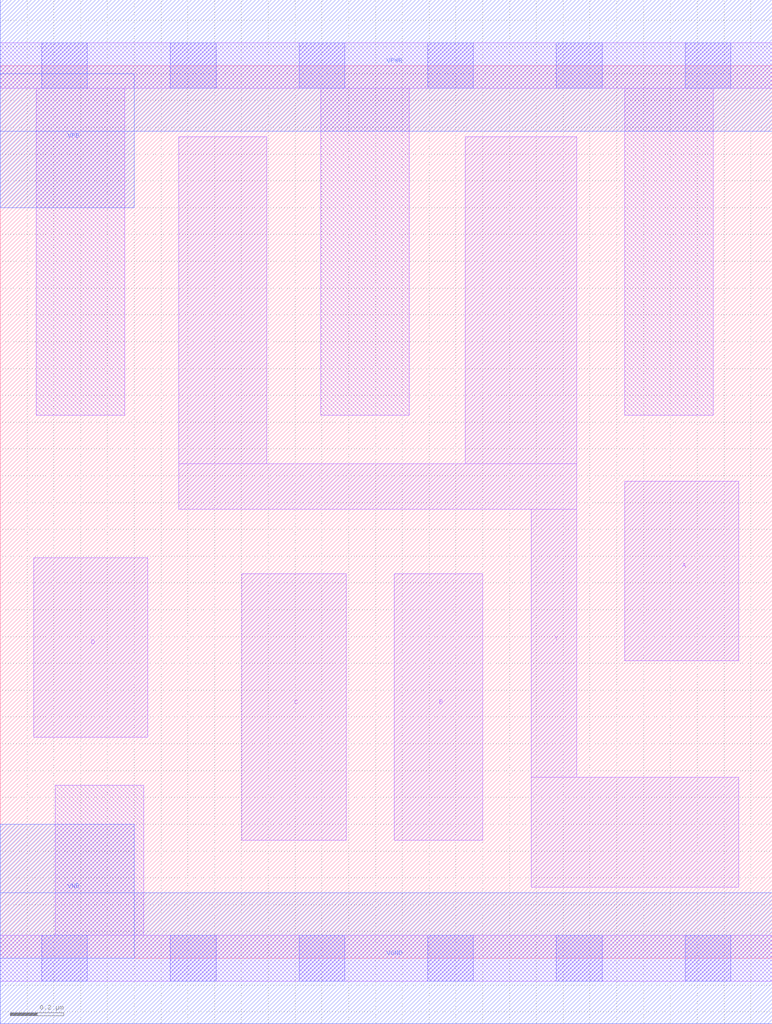
<source format=lef>
# Copyright 2020 The SkyWater PDK Authors
#
# Licensed under the Apache License, Version 2.0 (the "License");
# you may not use this file except in compliance with the License.
# You may obtain a copy of the License at
#
#     https://www.apache.org/licenses/LICENSE-2.0
#
# Unless required by applicable law or agreed to in writing, software
# distributed under the License is distributed on an "AS IS" BASIS,
# WITHOUT WARRANTIES OR CONDITIONS OF ANY KIND, either express or implied.
# See the License for the specific language governing permissions and
# limitations under the License.
#
# SPDX-License-Identifier: Apache-2.0

VERSION 5.5 ;
NAMESCASESENSITIVE ON ;
BUSBITCHARS "[]" ;
DIVIDERCHAR "/" ;
MACRO sky130_fd_sc_lp__nand4_lp
  CLASS CORE ;
  SOURCE USER ;
  ORIGIN  0.000000  0.000000 ;
  SIZE  2.880000 BY  3.330000 ;
  SYMMETRY X Y R90 ;
  SITE unit ;
  PIN A
    ANTENNAGATEAREA  0.313000 ;
    DIRECTION INPUT ;
    USE SIGNAL ;
    PORT
      LAYER li1 ;
        RECT 2.330000 1.110000 2.755000 1.780000 ;
    END
  END A
  PIN B
    ANTENNAGATEAREA  0.313000 ;
    DIRECTION INPUT ;
    USE SIGNAL ;
    PORT
      LAYER li1 ;
        RECT 1.470000 0.440000 1.800000 1.435000 ;
    END
  END B
  PIN C
    ANTENNAGATEAREA  0.313000 ;
    DIRECTION INPUT ;
    USE SIGNAL ;
    PORT
      LAYER li1 ;
        RECT 0.900000 0.440000 1.290000 1.435000 ;
    END
  END C
  PIN D
    ANTENNAGATEAREA  0.313000 ;
    DIRECTION INPUT ;
    USE SIGNAL ;
    PORT
      LAYER li1 ;
        RECT 0.125000 0.825000 0.550000 1.495000 ;
    END
  END D
  PIN Y
    ANTENNADIFFAREA  0.679700 ;
    DIRECTION OUTPUT ;
    USE SIGNAL ;
    PORT
      LAYER li1 ;
        RECT 0.665000 1.675000 2.150000 1.845000 ;
        RECT 0.665000 1.845000 0.995000 3.065000 ;
        RECT 1.735000 1.845000 2.150000 3.065000 ;
        RECT 1.980000 0.265000 2.755000 0.675000 ;
        RECT 1.980000 0.675000 2.150000 1.675000 ;
    END
  END Y
  PIN VGND
    DIRECTION INOUT ;
    USE GROUND ;
    PORT
      LAYER met1 ;
        RECT 0.000000 -0.245000 2.880000 0.245000 ;
    END
  END VGND
  PIN VNB
    DIRECTION INOUT ;
    USE GROUND ;
    PORT
      LAYER met1 ;
        RECT 0.000000 0.000000 0.500000 0.500000 ;
    END
  END VNB
  PIN VPB
    DIRECTION INOUT ;
    USE POWER ;
    PORT
      LAYER met1 ;
        RECT 0.000000 2.800000 0.500000 3.300000 ;
    END
  END VPB
  PIN VPWR
    DIRECTION INOUT ;
    USE POWER ;
    PORT
      LAYER met1 ;
        RECT 0.000000 3.085000 2.880000 3.575000 ;
    END
  END VPWR
  OBS
    LAYER li1 ;
      RECT 0.000000 -0.085000 2.880000 0.085000 ;
      RECT 0.000000  3.245000 2.880000 3.415000 ;
      RECT 0.135000  2.025000 0.465000 3.245000 ;
      RECT 0.205000  0.085000 0.535000 0.645000 ;
      RECT 1.195000  2.025000 1.525000 3.245000 ;
      RECT 2.330000  2.025000 2.660000 3.245000 ;
    LAYER mcon ;
      RECT 0.155000 -0.085000 0.325000 0.085000 ;
      RECT 0.155000  3.245000 0.325000 3.415000 ;
      RECT 0.635000 -0.085000 0.805000 0.085000 ;
      RECT 0.635000  3.245000 0.805000 3.415000 ;
      RECT 1.115000 -0.085000 1.285000 0.085000 ;
      RECT 1.115000  3.245000 1.285000 3.415000 ;
      RECT 1.595000 -0.085000 1.765000 0.085000 ;
      RECT 1.595000  3.245000 1.765000 3.415000 ;
      RECT 2.075000 -0.085000 2.245000 0.085000 ;
      RECT 2.075000  3.245000 2.245000 3.415000 ;
      RECT 2.555000 -0.085000 2.725000 0.085000 ;
      RECT 2.555000  3.245000 2.725000 3.415000 ;
  END
END sky130_fd_sc_lp__nand4_lp

</source>
